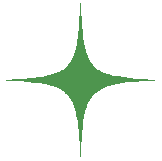
<source format=gbr>
%TF.GenerationSoftware,KiCad,Pcbnew,8.0.7*%
%TF.CreationDate,2025-03-02T17:27:45+01:00*%
%TF.ProjectId,switchplate,73776974-6368-4706-9c61-74652e6b6963,v1.0.0*%
%TF.SameCoordinates,Original*%
%TF.FileFunction,Legend,Top*%
%TF.FilePolarity,Positive*%
%FSLAX46Y46*%
G04 Gerber Fmt 4.6, Leading zero omitted, Abs format (unit mm)*
G04 Created by KiCad (PCBNEW 8.0.7) date 2025-03-02 17:27:45*
%MOMM*%
%LPD*%
G01*
G04 APERTURE LIST*
%ADD10C,0.000000*%
G04 APERTURE END LIST*
D10*
G36*
X201112755Y-108138324D02*
G01*
X201115001Y-108143952D01*
X201117490Y-108156360D01*
X201123118Y-108200060D01*
X201136391Y-108352813D01*
X201151252Y-108573299D01*
X201166377Y-108838235D01*
X201203774Y-109480336D01*
X201247935Y-110066618D01*
X201300000Y-110600000D01*
X201329353Y-110847766D01*
X201361110Y-111083401D01*
X201395414Y-111307270D01*
X201432407Y-111519739D01*
X201472232Y-111721171D01*
X201515032Y-111911933D01*
X201560948Y-112092388D01*
X201610125Y-112262901D01*
X201662704Y-112423838D01*
X201718827Y-112575563D01*
X201778639Y-112718441D01*
X201842280Y-112852836D01*
X201909895Y-112979115D01*
X201981625Y-113097641D01*
X202057613Y-113208779D01*
X202138002Y-113312895D01*
X202222934Y-113410352D01*
X202312552Y-113501516D01*
X202406999Y-113586752D01*
X202506417Y-113666425D01*
X202610950Y-113740899D01*
X202720738Y-113810539D01*
X202835926Y-113875710D01*
X202956656Y-113936777D01*
X203083070Y-113994104D01*
X203215311Y-114048058D01*
X203360682Y-114100778D01*
X203519576Y-114150997D01*
X203878313Y-114243981D01*
X204292281Y-114327110D01*
X204762242Y-114400482D01*
X205288956Y-114464197D01*
X205873183Y-114518354D01*
X206515685Y-114563052D01*
X207217223Y-114598391D01*
X207305946Y-114602994D01*
X207388849Y-114608225D01*
X207464079Y-114613918D01*
X207529783Y-114619910D01*
X207584111Y-114626034D01*
X207606430Y-114629094D01*
X207625210Y-114632125D01*
X207640219Y-114635106D01*
X207651227Y-114638018D01*
X207658002Y-114640838D01*
X207659729Y-114642207D01*
X207660311Y-114643547D01*
X207660065Y-114644604D01*
X207659335Y-114645660D01*
X207656469Y-114647757D01*
X207651809Y-114649822D01*
X207645451Y-114651836D01*
X207637488Y-114653785D01*
X207628016Y-114655651D01*
X207604925Y-114659068D01*
X207576940Y-114661957D01*
X207544820Y-114664184D01*
X207509328Y-114665617D01*
X207471222Y-114666124D01*
X207285209Y-114669905D01*
X207038275Y-114680500D01*
X206424883Y-114717630D01*
X205757515Y-114768518D01*
X205162644Y-114824168D01*
X204656181Y-114886627D01*
X204196645Y-114961360D01*
X203781550Y-115050852D01*
X203589892Y-115101909D01*
X203408413Y-115157587D01*
X203236801Y-115218198D01*
X203074748Y-115284051D01*
X202921941Y-115355457D01*
X202778071Y-115432726D01*
X202642826Y-115516171D01*
X202515897Y-115606100D01*
X202396972Y-115702824D01*
X202285742Y-115806654D01*
X202181895Y-115917901D01*
X202085121Y-116036876D01*
X201995109Y-116163888D01*
X201911549Y-116299248D01*
X201834131Y-116443267D01*
X201762543Y-116596256D01*
X201696475Y-116758525D01*
X201635616Y-116930384D01*
X201579657Y-117112145D01*
X201528286Y-117304117D01*
X201438066Y-117719939D01*
X201362473Y-118180336D01*
X201299022Y-118687791D01*
X201257042Y-119122634D01*
X201215061Y-119647699D01*
X201178372Y-120192344D01*
X201152266Y-120685924D01*
X201148250Y-120766577D01*
X201143684Y-120841009D01*
X201138680Y-120908751D01*
X201133349Y-120969337D01*
X201127803Y-121022300D01*
X201122154Y-121067172D01*
X201116513Y-121103487D01*
X201110991Y-121130777D01*
X201105702Y-121148575D01*
X201103179Y-121153769D01*
X201100755Y-121156414D01*
X201098446Y-121156453D01*
X201096264Y-121153827D01*
X201094223Y-121148477D01*
X201092338Y-121140346D01*
X201089091Y-121115505D01*
X201086633Y-121078836D01*
X201085077Y-121029872D01*
X201084533Y-120968146D01*
X201081160Y-120828490D01*
X201071833Y-120620836D01*
X201040083Y-120075618D01*
X200998808Y-119480658D01*
X200957533Y-118984124D01*
X200915496Y-118586926D01*
X200868357Y-118218877D01*
X200815514Y-117878635D01*
X200756361Y-117564855D01*
X200724231Y-117417468D01*
X200690297Y-117276194D01*
X200654484Y-117140863D01*
X200616716Y-117011308D01*
X200576919Y-116887361D01*
X200535017Y-116768854D01*
X200490933Y-116655619D01*
X200444594Y-116547488D01*
X200395923Y-116444293D01*
X200344845Y-116345866D01*
X200291284Y-116252040D01*
X200235165Y-116162646D01*
X200176413Y-116077516D01*
X200114952Y-115996482D01*
X200050707Y-115919377D01*
X199983602Y-115846033D01*
X199913561Y-115776281D01*
X199840510Y-115709954D01*
X199764373Y-115646883D01*
X199685075Y-115586901D01*
X199602539Y-115529840D01*
X199516691Y-115475531D01*
X199427455Y-115423808D01*
X199334755Y-115374501D01*
X199206374Y-115311962D01*
X199072481Y-115253333D01*
X198932132Y-115198425D01*
X198784378Y-115147048D01*
X198628273Y-115099011D01*
X198462870Y-115054124D01*
X198100386Y-114973041D01*
X197689350Y-114902276D01*
X197222189Y-114840308D01*
X196691331Y-114785617D01*
X196089200Y-114736680D01*
X195829158Y-114719482D01*
X195549802Y-114702813D01*
X195067555Y-114677413D01*
X194977900Y-114672937D01*
X194894297Y-114668064D01*
X194818566Y-114662927D01*
X194752525Y-114657657D01*
X194697993Y-114652388D01*
X194656790Y-114647250D01*
X194641754Y-114644773D01*
X194630734Y-114642378D01*
X194623954Y-114640082D01*
X194622226Y-114638976D01*
X194621644Y-114637902D01*
X194623889Y-114635722D01*
X194630474Y-114633426D01*
X194655775Y-114628554D01*
X194695760Y-114623416D01*
X194748644Y-114618147D01*
X194885963Y-114607740D01*
X195053444Y-114598391D01*
X195507712Y-114575466D01*
X195952322Y-114547282D01*
X196381586Y-114514402D01*
X196789816Y-114477388D01*
X197171323Y-114436802D01*
X197520419Y-114393207D01*
X197831415Y-114347164D01*
X198098622Y-114299236D01*
X198404435Y-114231548D01*
X198686559Y-114155798D01*
X198946111Y-114070871D01*
X199184207Y-113975650D01*
X199295558Y-113923830D01*
X199401964Y-113869019D01*
X199503563Y-113811075D01*
X199600496Y-113749861D01*
X199692902Y-113685236D01*
X199780921Y-113617061D01*
X199864692Y-113545196D01*
X199944355Y-113469502D01*
X200020049Y-113389839D01*
X200091914Y-113306068D01*
X200160090Y-113218049D01*
X200224715Y-113125643D01*
X200285929Y-113028710D01*
X200343872Y-112927110D01*
X200398684Y-112820705D01*
X200450503Y-112709354D01*
X200545724Y-112471258D01*
X200630652Y-112211705D01*
X200706401Y-111929581D01*
X200774089Y-111623768D01*
X200822133Y-111353750D01*
X200868457Y-111038951D01*
X200912400Y-110685655D01*
X200953300Y-110300146D01*
X200990496Y-109888708D01*
X201023326Y-109457625D01*
X201051129Y-109013180D01*
X201073244Y-108561657D01*
X201077720Y-108472509D01*
X201082593Y-108390340D01*
X201087730Y-108316835D01*
X201093000Y-108253682D01*
X201098269Y-108202568D01*
X201100863Y-108182052D01*
X201103407Y-108165179D01*
X201105884Y-108152159D01*
X201108279Y-108143202D01*
X201109441Y-108140314D01*
X201110575Y-108138520D01*
X201111681Y-108137848D01*
X201112755Y-108138324D01*
G37*
M02*

</source>
